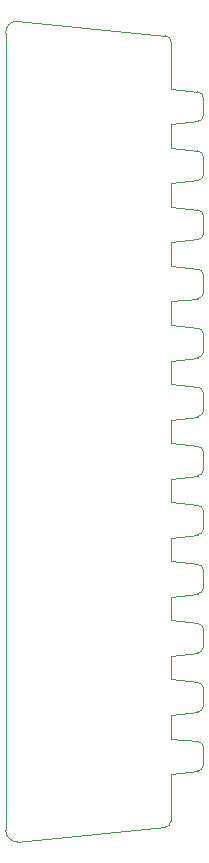
<source format=gbr>
%TF.GenerationSoftware,KiCad,Pcbnew,(6.0.10-0)*%
%TF.CreationDate,2025-02-17T18:54:13+01:00*%
%TF.ProjectId,touch_zone,746f7563-685f-47a6-9f6e-652e6b696361,rev?*%
%TF.SameCoordinates,Original*%
%TF.FileFunction,Profile,NP*%
%FSLAX46Y46*%
G04 Gerber Fmt 4.6, Leading zero omitted, Abs format (unit mm)*
G04 Created by KiCad (PCBNEW (6.0.10-0)) date 2025-02-17 18:54:13*
%MOMM*%
%LPD*%
G01*
G04 APERTURE LIST*
%TA.AperFunction,Profile*%
%ADD10C,0.100000*%
%TD*%
G04 APERTURE END LIST*
D10*
X86250000Y-42250000D02*
X84000000Y-42000000D01*
X86750000Y-42750000D02*
G75*
G03*
X86250000Y-42250000I-500000J0D01*
G01*
X86250000Y-27250000D02*
X84000000Y-27000000D01*
X84000000Y-18000000D02*
G75*
G03*
X83500000Y-17500000I-500000J0D01*
G01*
X86250000Y-52250000D02*
X84000000Y-52000000D01*
X86250000Y-49750000D02*
X84000000Y-50000000D01*
X84000000Y-82000000D02*
X84000000Y-84000000D01*
X71000000Y-16250000D02*
G75*
G03*
X70000000Y-17250000I0J-1000000D01*
G01*
X86750000Y-47750000D02*
G75*
G03*
X86250000Y-47250000I-500000J0D01*
G01*
X84000000Y-55000000D02*
X84000000Y-57000000D01*
X86250000Y-37250000D02*
X84000000Y-37000000D01*
X86250000Y-69750000D02*
G75*
G03*
X86750000Y-69250000I0J500000D01*
G01*
X84000000Y-30000000D02*
X84000000Y-32000000D01*
X86750000Y-77750000D02*
X86750000Y-79250000D01*
X86250000Y-39750000D02*
X84000000Y-40000000D01*
X86250000Y-77250000D02*
X84000000Y-77000000D01*
X84000000Y-35000000D02*
X84000000Y-37000000D01*
X86750000Y-32750000D02*
X86750000Y-34250000D01*
X86250000Y-74750000D02*
G75*
G03*
X86750000Y-74250000I0J500000D01*
G01*
X86750000Y-67750000D02*
X86750000Y-69250000D01*
X84000000Y-60000000D02*
X84000000Y-62000000D01*
X86750000Y-27750000D02*
G75*
G03*
X86250000Y-27250000I-500000J0D01*
G01*
X86250000Y-29750000D02*
G75*
G03*
X86750000Y-29250000I0J500000D01*
G01*
X86250000Y-54750000D02*
G75*
G03*
X86750000Y-54250000I0J500000D01*
G01*
X86750000Y-62750000D02*
G75*
G03*
X86250000Y-62250000I-500000J0D01*
G01*
X86250000Y-34750000D02*
X84000000Y-35000000D01*
X70000000Y-84750000D02*
X70000000Y-17250000D01*
X86750000Y-42750000D02*
X86750000Y-44250000D01*
X86250000Y-24750000D02*
X84000000Y-25000000D01*
X84000000Y-20000000D02*
X84000000Y-22000000D01*
X86250000Y-59750000D02*
X84000000Y-60000000D01*
X86750000Y-37750000D02*
X86750000Y-39250000D01*
X86750000Y-47750000D02*
X86750000Y-49250000D01*
X86750000Y-57750000D02*
X86750000Y-59250000D01*
X84000000Y-40000000D02*
X84000000Y-42000000D01*
X86250000Y-72250000D02*
X84000000Y-72000000D01*
X86750000Y-57750000D02*
G75*
G03*
X86250000Y-57250000I-500000J0D01*
G01*
X86750000Y-22750000D02*
G75*
G03*
X86250000Y-22250000I-500000J0D01*
G01*
X86250000Y-44750000D02*
G75*
G03*
X86750000Y-44250000I0J500000D01*
G01*
X84000000Y-50000000D02*
X84000000Y-52000000D01*
X86250000Y-22250000D02*
X84000000Y-22000000D01*
X86250000Y-34750000D02*
G75*
G03*
X86750000Y-34250000I0J500000D01*
G01*
X86750000Y-67750000D02*
G75*
G03*
X86250000Y-67250000I-500000J0D01*
G01*
X84000000Y-80000000D02*
X84000000Y-82000000D01*
X86750000Y-72750000D02*
X86750000Y-74250000D01*
X86750000Y-27750000D02*
X86750000Y-29250000D01*
X86250000Y-54750000D02*
X84000000Y-55000000D01*
X84000000Y-25000000D02*
X84000000Y-27000000D01*
X86750000Y-32750000D02*
G75*
G03*
X86250000Y-32250000I-500000J0D01*
G01*
X86750000Y-52750000D02*
G75*
G03*
X86250000Y-52250000I-500000J0D01*
G01*
X86250000Y-69750000D02*
X84000000Y-70000000D01*
X86750000Y-52750000D02*
X86750000Y-54250000D01*
X86250000Y-79750000D02*
G75*
G03*
X86750000Y-79250000I0J500000D01*
G01*
X84000000Y-18000000D02*
X84000000Y-20000000D01*
X86750000Y-62750000D02*
X86750000Y-64250000D01*
X71000000Y-16250000D02*
X83500000Y-17500000D01*
X83500000Y-84500000D02*
G75*
G03*
X84000000Y-84000000I0J500000D01*
G01*
X86250000Y-29750000D02*
X84000000Y-30000000D01*
X86250000Y-24750000D02*
G75*
G03*
X86750000Y-24250000I0J500000D01*
G01*
X86750000Y-22750000D02*
X86750000Y-24250000D01*
X86750000Y-72750000D02*
G75*
G03*
X86250000Y-72250000I-500000J0D01*
G01*
X86250000Y-59750000D02*
G75*
G03*
X86750000Y-59250000I0J500000D01*
G01*
X86250000Y-57250000D02*
X84000000Y-57000000D01*
X86750000Y-37750000D02*
G75*
G03*
X86250000Y-37250000I-500000J0D01*
G01*
X84000000Y-75000000D02*
X84000000Y-77000000D01*
X84000000Y-65000000D02*
X84000000Y-67000000D01*
X86250000Y-49750000D02*
G75*
G03*
X86750000Y-49250000I0J500000D01*
G01*
X83500000Y-84500000D02*
X71000000Y-85750000D01*
X86250000Y-39750000D02*
G75*
G03*
X86750000Y-39250000I0J500000D01*
G01*
X86750000Y-77750000D02*
G75*
G03*
X86250000Y-77250000I-500000J0D01*
G01*
X86250000Y-67250000D02*
X84000000Y-67000000D01*
X86250000Y-79750000D02*
X84000000Y-80000000D01*
X86250000Y-62250000D02*
X84000000Y-62000000D01*
X70000000Y-84750000D02*
G75*
G03*
X71000000Y-85750000I1000000J0D01*
G01*
X86250000Y-74750000D02*
X84000000Y-75000000D01*
X84000000Y-45000000D02*
X84000000Y-47000000D01*
X86250000Y-32250000D02*
X84000000Y-32000000D01*
X86250000Y-47250000D02*
X84000000Y-47000000D01*
X84000000Y-70000000D02*
X84000000Y-72000000D01*
X86250000Y-64750000D02*
X84000000Y-65000000D01*
X86250000Y-64750000D02*
G75*
G03*
X86750000Y-64250000I0J500000D01*
G01*
X86250000Y-44750000D02*
X84000000Y-45000000D01*
M02*

</source>
